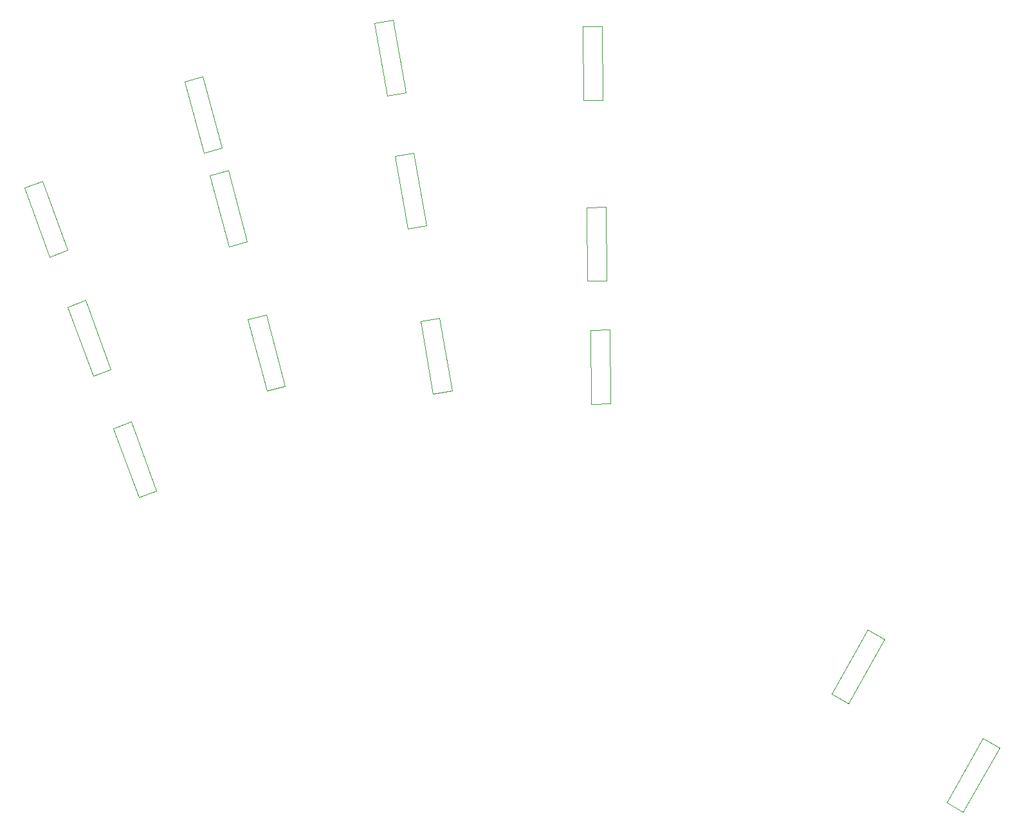
<source format=gbr>
G04 %TF.GenerationSoftware,KiCad,Pcbnew,7.0.2@% jlc*
G04 %TF.CreationDate,2023-06-04T21:47:57+09:00@% jlc*
G04 %TF.ProjectId,architeuthis_dux,61726368-6974-4657-9574-6869735f6475,v1.0.0@% jlc*
G04 %TF.SameCoordinates,Original@% jlc*
G04 %TF.FileFunction,Other,User@% jlc*
%FSLAX46Y46*%
G04 Gerber Fmt 4.6, Leading zero omitted, Abs format (unit mm)*
G04 Created by KiCad (PCBNEW 7.0.2) date 2023-06-04 21:47:57*
%MOMM*%
%LPD*%
G01*
G04 APERTURE LIST*
%ADD10C,0.050000*%
G04 APERTURE END LIST*
D10*
G04 %TO.C,D3@% jlc*
X189874520Y-50455343D02*
X188186660Y-40883012D01*
X192336539Y-50021223D02*
X189874520Y-50455343D01*
X188186660Y-40883012D02*
X190648679Y-40448892D01*
X190648679Y-40448892D02*
X192336539Y-50021223D01*
G04 %TO.C,D7@% jlc*
X192612921Y-68003226D02*
X190925061Y-58430895D01*
X195074940Y-67569106D02*
X192612921Y-68003226D01*
X190925061Y-58430895D02*
X193387080Y-57996775D01*
X193387080Y-57996775D02*
X195074940Y-67569106D01*
G04 %TO.C,D8@% jlc*
X216251918Y-74869668D02*
X216175578Y-65149968D01*
X218751841Y-74850033D02*
X216251918Y-74869668D01*
X216175578Y-65149968D02*
X218675501Y-65130333D01*
X218675501Y-65130333D02*
X218751841Y-74850033D01*
G04 %TO.C,D9@% jlc*
X157184505Y-103414202D02*
X153860070Y-94280390D01*
X159533737Y-102559152D02*
X157184505Y-103414202D01*
X153860070Y-94280390D02*
X156209301Y-93425340D01*
X156209301Y-93425340D02*
X159533737Y-102559152D01*
G04 %TO.C,D12@% jlc*
X216758285Y-91059785D02*
X216681945Y-81340085D01*
X219258208Y-91040150D02*
X216758285Y-91059785D01*
X216681945Y-81340085D02*
X219181868Y-81320450D01*
X219181868Y-81320450D02*
X219258208Y-91040150D01*
G04 %TO.C,D4@% jlc*
X215758285Y-51059785D02*
X215681945Y-41340085D01*
X218258208Y-51040150D02*
X215758285Y-51059785D01*
X215681945Y-41340085D02*
X218181868Y-41320450D01*
X218181868Y-41320450D02*
X218258208Y-51040150D01*
G04 %TO.C,D5@% jlc*
X151184505Y-87414202D02*
X147860070Y-78280390D01*
X153533737Y-86559152D02*
X151184505Y-87414202D01*
X147860070Y-78280390D02*
X150209301Y-77425340D01*
X150209301Y-77425340D02*
X153533737Y-86559152D01*
G04 %TO.C,D6@% jlc*
X169064353Y-70337746D02*
X166548632Y-60948947D01*
X171479167Y-69690698D02*
X169064353Y-70337746D01*
X166548632Y-60948947D02*
X168963446Y-60301899D01*
X168963446Y-60301899D02*
X171479167Y-69690698D01*
G04 %TO.C,D2@% jlc*
X165736554Y-57998101D02*
X163220833Y-48609302D01*
X168151368Y-57351053D02*
X165736554Y-57998101D01*
X163220833Y-48609302D02*
X165635647Y-47962254D01*
X165635647Y-47962254D02*
X168151368Y-57351053D01*
G04 %TO.C,D14@% jlc*
X263534681Y-143629554D02*
X268284079Y-135148893D01*
X265715921Y-144851107D02*
X263534681Y-143629554D01*
X268284079Y-135148893D02*
X270465319Y-136370446D01*
X270465319Y-136370446D02*
X265715921Y-144851107D01*
G04 %TO.C,D1@% jlc*
X145490698Y-71674660D02*
X142166263Y-62540848D01*
X147839930Y-70819610D02*
X145490698Y-71674660D01*
X142166263Y-62540848D02*
X144515494Y-61685798D01*
X144515494Y-61685798D02*
X147839930Y-70819610D01*
G04 %TO.C,D10@% jlc*
X174064353Y-89337746D02*
X171548632Y-79948947D01*
X176479167Y-88690698D02*
X174064353Y-89337746D01*
X171548632Y-79948947D02*
X173963446Y-79301899D01*
X173963446Y-79301899D02*
X176479167Y-88690698D01*
G04 %TO.C,D11@% jlc*
X195951321Y-89755343D02*
X194263461Y-80183012D01*
X198413340Y-89321223D02*
X195951321Y-89755343D01*
X194263461Y-80183012D02*
X196725480Y-79748892D01*
X196725480Y-79748892D02*
X198413340Y-89321223D01*
G04 %TO.C,D13@% jlc*
X248396328Y-129305344D02*
X253145726Y-120824683D01*
X250577568Y-130526897D02*
X248396328Y-129305344D01*
X253145726Y-120824683D02*
X255326966Y-122046236D01*
X255326966Y-122046236D02*
X250577568Y-130526897D01*
G04 %TD@% jlc*
M02*

</source>
